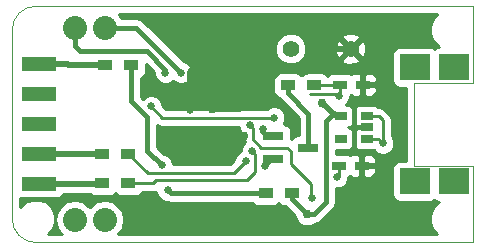
<source format=gbr>
G04 #@! TF.FileFunction,Copper,L2,Bot,Signal*
%FSLAX46Y46*%
G04 Gerber Fmt 4.6, Leading zero omitted, Abs format (unit mm)*
G04 Created by KiCad (PCBNEW 4.0.4-stable) date 12/05/16 12:34:11*
%MOMM*%
%LPD*%
G01*
G04 APERTURE LIST*
%ADD10C,0.100000*%
%ADD11C,1.397000*%
%ADD12O,2.032000X2.032000*%
%ADD13R,2.500000X2.200000*%
%ADD14R,1.200000X0.750000*%
%ADD15R,1.200000X0.900000*%
%ADD16R,1.060000X0.650000*%
%ADD17R,1.800860X0.800100*%
%ADD18R,3.000000X1.200000*%
%ADD19C,0.760000*%
%ADD20C,0.660000*%
%ADD21C,0.381000*%
%ADD22C,0.508000*%
%ADD23C,0.254000*%
G04 APERTURE END LIST*
D10*
X179000000Y-63500000D02*
X179000000Y-70000000D01*
X179000000Y-56500000D02*
X179000000Y-50000000D01*
X174000000Y-63500000D02*
X179000000Y-63500000D01*
X174000000Y-56500000D02*
X174000000Y-63500000D01*
X179000000Y-56500000D02*
X174000000Y-56500000D01*
X179000000Y-50000000D02*
X142000000Y-50000000D01*
X179000000Y-70000000D02*
X142000000Y-70000000D01*
X140000000Y-52000000D02*
X140000000Y-68000000D01*
X140000000Y-68000000D02*
G75*
G03X142000000Y-70000000I2000000J0D01*
G01*
X142000000Y-50000000D02*
G75*
G03X140000000Y-52000000I0J-2000000D01*
G01*
D11*
X168656000Y-53594000D03*
X163576000Y-53594000D03*
D12*
X147828000Y-68072000D03*
X145288000Y-68072000D03*
X145288000Y-51816000D03*
X147828000Y-51816000D03*
D13*
X174100000Y-64825000D03*
X177400000Y-64825000D03*
X174100000Y-55175000D03*
X177400000Y-55175000D03*
D14*
X169606000Y-63500000D03*
X167706000Y-63500000D03*
X169669500Y-56642000D03*
X167769500Y-56642000D03*
D15*
X165565000Y-56705500D03*
X163365000Y-56705500D03*
X163660000Y-65849500D03*
X161460000Y-65849500D03*
X149850000Y-65000000D03*
X147650000Y-65000000D03*
X149850000Y-62500000D03*
X147650000Y-62500000D03*
X150100000Y-55000000D03*
X147900000Y-55000000D03*
D16*
X170010000Y-59311500D03*
X170010000Y-60261500D03*
X170010000Y-61211500D03*
X167810000Y-61211500D03*
X167810000Y-59311500D03*
D17*
X162074860Y-62926000D03*
X162074860Y-61026000D03*
X165077140Y-61976000D03*
D18*
X142240000Y-65024000D03*
X142240000Y-62484000D03*
X142240000Y-59944000D03*
X142240000Y-57404000D03*
X142240000Y-54864000D03*
D19*
X155093500Y-60806500D03*
X156908500Y-58737500D03*
X155384500Y-55245000D03*
D20*
X155067000Y-58801000D03*
D19*
X161163000Y-55943500D03*
X159639000Y-60960000D03*
X156718000Y-60896500D03*
X168973500Y-64960500D03*
X152654000Y-51943000D03*
D20*
X171386500Y-61595000D03*
X167513000Y-64452500D03*
X167640000Y-57594500D03*
D19*
X166243000Y-58166000D03*
D20*
X161226500Y-60388500D03*
D19*
X164973000Y-67627500D03*
D20*
X162179000Y-59436000D03*
X151765000Y-58483500D03*
X152971500Y-55626000D03*
X154305000Y-55626000D03*
X153162000Y-65595500D03*
X160337500Y-62230000D03*
X159766000Y-63119000D03*
X152654000Y-63436500D03*
X165417500Y-66230500D03*
X160147000Y-60071000D03*
X161417000Y-63563500D03*
D21*
X155093500Y-60806500D02*
X155130500Y-60769500D01*
D22*
X156908500Y-58737500D02*
X159321500Y-58737500D01*
X159067500Y-58737500D02*
X156908500Y-58737500D01*
X159194500Y-58737500D02*
X159067500Y-58737500D01*
X155067000Y-55562500D02*
X155067000Y-58801000D01*
X155384500Y-55245000D02*
X155067000Y-55562500D01*
X169669500Y-56642000D02*
X169669500Y-54607500D01*
X169669500Y-54607500D02*
X168656000Y-53594000D01*
D21*
X170010000Y-60261500D02*
X169037000Y-60261500D01*
X169669500Y-57724000D02*
X169669500Y-56642000D01*
X168910000Y-58483500D02*
X169669500Y-57724000D01*
X168910000Y-59880500D02*
X168910000Y-58483500D01*
D23*
X168910000Y-60134500D02*
X168910000Y-59880500D01*
X169037000Y-60261500D02*
X168910000Y-60134500D01*
D22*
X161163000Y-56896000D02*
X161163000Y-55943500D01*
X159321500Y-58737500D02*
X161163000Y-56896000D01*
D23*
X159067500Y-58737500D02*
X159321500Y-58737500D01*
X159639000Y-60960000D02*
X159575500Y-60896500D01*
D22*
X159575500Y-60896500D02*
X156718000Y-60896500D01*
D21*
X168910000Y-62103000D02*
X169606000Y-62799000D01*
X169606000Y-62799000D02*
X169606000Y-63500000D01*
X168910000Y-59880500D02*
X168910000Y-62103000D01*
X168973500Y-64960500D02*
X169606000Y-64328000D01*
X169606000Y-64328000D02*
X169606000Y-63500000D01*
D22*
X167259000Y-53594000D02*
X165798500Y-55054500D01*
X165798500Y-55054500D02*
X162052000Y-55054500D01*
X162052000Y-55054500D02*
X161163000Y-55943500D01*
X168656000Y-53594000D02*
X167259000Y-53594000D01*
X152654000Y-51943000D02*
X155384500Y-54673500D01*
X155384500Y-54673500D02*
X155384500Y-55245000D01*
D23*
X171386500Y-61595000D02*
X171386500Y-59626500D01*
X171071500Y-59311500D02*
X170010000Y-59311500D01*
X171386500Y-59626500D02*
X171071500Y-59311500D01*
X171003000Y-61211500D02*
X170010000Y-61211500D01*
X171386500Y-61595000D02*
X171003000Y-61211500D01*
X167513000Y-64452500D02*
X167706000Y-64259500D01*
X167706000Y-63500000D02*
X167706000Y-64259500D01*
X167769500Y-56642000D02*
X165628500Y-56642000D01*
X165628500Y-56642000D02*
X165565000Y-56705500D01*
X165184000Y-57404000D02*
X167449500Y-57404000D01*
X167449500Y-57404000D02*
X167640000Y-57594500D01*
X167769500Y-57465000D02*
X167769500Y-56642000D01*
X167640000Y-57594500D02*
X167769500Y-57465000D01*
D21*
X163660000Y-65849500D02*
X163660000Y-66314500D01*
X163660000Y-66314500D02*
X164973000Y-67627500D01*
D22*
X166243000Y-58166000D02*
X167388500Y-59311500D01*
D23*
X167388500Y-59311500D02*
X167810000Y-59311500D01*
D22*
X161226500Y-60642500D02*
X161226500Y-60388500D01*
D23*
X161610000Y-61026000D02*
X161226500Y-60642500D01*
X162074860Y-61026000D02*
X161610000Y-61026000D01*
X167002500Y-59311500D02*
X167810000Y-59311500D01*
D21*
X166560500Y-59753500D02*
X167002500Y-59311500D01*
X166560500Y-65659000D02*
X166560500Y-59753500D01*
D23*
X166560500Y-65722500D02*
X166560500Y-65659000D01*
X164973000Y-67627500D02*
X163660000Y-66314500D01*
D21*
X166560500Y-66611500D02*
X165544500Y-67627500D01*
X165544500Y-67627500D02*
X164973000Y-67627500D01*
X166560500Y-65659000D02*
X166560500Y-66611500D01*
D23*
X152717500Y-59436000D02*
X162179000Y-59436000D01*
X151765000Y-58483500D02*
X152717500Y-59436000D01*
D21*
X147383500Y-53784500D02*
X145732500Y-53784500D01*
X150685500Y-53784500D02*
X147383500Y-53784500D01*
X152971500Y-55372000D02*
X151384000Y-53784500D01*
X151384000Y-53784500D02*
X150685500Y-53784500D01*
D23*
X152971500Y-55626000D02*
X152971500Y-55372000D01*
D21*
X145288000Y-53340000D02*
X145288000Y-51816000D01*
X145732500Y-53784500D02*
X145288000Y-53340000D01*
X147828000Y-51816000D02*
X150495000Y-51816000D01*
X154305000Y-55626000D02*
X150495000Y-51816000D01*
D22*
X142240000Y-65024000D02*
X147626000Y-65024000D01*
D23*
X147626000Y-65024000D02*
X147650000Y-65000000D01*
D22*
X142240000Y-62484000D02*
X147634000Y-62484000D01*
D23*
X147634000Y-62484000D02*
X147650000Y-62500000D01*
D22*
X147900000Y-55000000D02*
X144789000Y-55000000D01*
X144789000Y-55000000D02*
X144653000Y-54864000D01*
X144653000Y-54864000D02*
X142240000Y-54864000D01*
D21*
X144653000Y-54864000D02*
X142240000Y-54864000D01*
X144789000Y-55000000D02*
X144653000Y-54864000D01*
X161460000Y-65849500D02*
X153416000Y-65849500D01*
X153416000Y-65849500D02*
X153162000Y-65595500D01*
D23*
X153162000Y-65595500D02*
X153416000Y-65849500D01*
X160591500Y-63627000D02*
X160591500Y-64008000D01*
X151916000Y-65000000D02*
X149850000Y-65000000D01*
X152209500Y-64706500D02*
X151916000Y-65000000D01*
X159893000Y-64706500D02*
X152209500Y-64706500D01*
X160591500Y-64008000D02*
X159893000Y-64706500D01*
X160591500Y-62484000D02*
X160591500Y-63627000D01*
X160337500Y-62230000D02*
X160591500Y-62484000D01*
X158750000Y-64135000D02*
X151485000Y-64135000D01*
X151485000Y-64135000D02*
X149850000Y-62500000D01*
X159766000Y-63119000D02*
X158750000Y-64135000D01*
X149939500Y-62500000D02*
X149850000Y-62500000D01*
X151447500Y-62103000D02*
X151447500Y-61849000D01*
D21*
X151447500Y-61849000D02*
X151447500Y-59372500D01*
X151447500Y-59372500D02*
X150100000Y-58025000D01*
X150100000Y-58025000D02*
X150100000Y-55000000D01*
D23*
X151447500Y-62230000D02*
X151447500Y-62103000D01*
X151447500Y-62103000D02*
X151447500Y-61976000D01*
D21*
X150100000Y-58025000D02*
X150100000Y-55000000D01*
X151447500Y-59372500D02*
X150100000Y-58025000D01*
X151447500Y-62230000D02*
X151447500Y-59372500D01*
X152654000Y-63436500D02*
X151447500Y-62230000D01*
D23*
X165290500Y-66103500D02*
X165417500Y-66230500D01*
X163576000Y-63373000D02*
X165290500Y-65087500D01*
X163576000Y-62293500D02*
X163576000Y-63373000D01*
X163258500Y-61976000D02*
X163576000Y-62293500D01*
X161099500Y-61976000D02*
X163258500Y-61976000D01*
X160401000Y-61277500D02*
X161099500Y-61976000D01*
X160401000Y-60325000D02*
X160401000Y-61277500D01*
X160147000Y-60071000D02*
X160401000Y-60325000D01*
X165290500Y-65087500D02*
X165290500Y-66103500D01*
X161417000Y-63563500D02*
X162054500Y-62926000D01*
X162054500Y-62926000D02*
X162074860Y-62926000D01*
D21*
X165077140Y-61976000D02*
X165077140Y-59095640D01*
X163365000Y-57383500D02*
X163365000Y-56705500D01*
X165077140Y-59095640D02*
X163365000Y-57383500D01*
D23*
G36*
X159686506Y-61516331D02*
X159519890Y-61682658D01*
X159372668Y-62037208D01*
X159372493Y-62237462D01*
X159220086Y-62300436D01*
X158948390Y-62571658D01*
X158801168Y-62926208D01*
X158801098Y-63006271D01*
X158434370Y-63373000D01*
X153619055Y-63373000D01*
X153619167Y-63245392D01*
X153472564Y-62890586D01*
X153201342Y-62618890D01*
X152863566Y-62478633D01*
X152273000Y-61888066D01*
X152273000Y-61849000D01*
X152273000Y-60037834D01*
X152425895Y-60139996D01*
X152717500Y-60198000D01*
X159181888Y-60198000D01*
X159181833Y-60262108D01*
X159328436Y-60616914D01*
X159599658Y-60888610D01*
X159639000Y-60904946D01*
X159639000Y-61277500D01*
X159686506Y-61516331D01*
X159686506Y-61516331D01*
G37*
X159686506Y-61516331D02*
X159519890Y-61682658D01*
X159372668Y-62037208D01*
X159372493Y-62237462D01*
X159220086Y-62300436D01*
X158948390Y-62571658D01*
X158801168Y-62926208D01*
X158801098Y-63006271D01*
X158434370Y-63373000D01*
X153619055Y-63373000D01*
X153619167Y-63245392D01*
X153472564Y-62890586D01*
X153201342Y-62618890D01*
X152863566Y-62478633D01*
X152273000Y-61888066D01*
X152273000Y-61849000D01*
X152273000Y-60037834D01*
X152425895Y-60139996D01*
X152717500Y-60198000D01*
X159181888Y-60198000D01*
X159181833Y-60262108D01*
X159328436Y-60616914D01*
X159599658Y-60888610D01*
X159639000Y-60904946D01*
X159639000Y-61277500D01*
X159686506Y-61516331D01*
G36*
X169366253Y-60261129D02*
X169237877Y-60286037D01*
X169081896Y-60388500D01*
X169003750Y-60388500D01*
X168864108Y-60528141D01*
X168845000Y-60499052D01*
X168800673Y-60431573D01*
X168589640Y-60289123D01*
X168453746Y-60261870D01*
X168582123Y-60236963D01*
X168794927Y-60097173D01*
X168845000Y-60022992D01*
X168864038Y-59994788D01*
X169003750Y-60134500D01*
X169083137Y-60134500D01*
X169230360Y-60233877D01*
X169366253Y-60261129D01*
X169366253Y-60261129D01*
G37*
X169366253Y-60261129D02*
X169237877Y-60286037D01*
X169081896Y-60388500D01*
X169003750Y-60388500D01*
X168864108Y-60528141D01*
X168845000Y-60499052D01*
X168800673Y-60431573D01*
X168589640Y-60289123D01*
X168453746Y-60261870D01*
X168582123Y-60236963D01*
X168794927Y-60097173D01*
X168845000Y-60022992D01*
X168864038Y-59994788D01*
X169003750Y-60134500D01*
X169083137Y-60134500D01*
X169230360Y-60233877D01*
X169366253Y-60261129D01*
G36*
X176174463Y-53427560D02*
X176150000Y-53427560D01*
X175907877Y-53474537D01*
X175749345Y-53578675D01*
X175599640Y-53477623D01*
X175350000Y-53427560D01*
X172850000Y-53427560D01*
X172607877Y-53474537D01*
X172395073Y-53614327D01*
X172252623Y-53825360D01*
X172202560Y-54075000D01*
X172202560Y-56275000D01*
X172249537Y-56517123D01*
X172389327Y-56729927D01*
X172600360Y-56872377D01*
X172850000Y-56922440D01*
X173315000Y-56922440D01*
X173315000Y-63077560D01*
X172850000Y-63077560D01*
X172607877Y-63124537D01*
X172395073Y-63264327D01*
X172252623Y-63475360D01*
X172202560Y-63725000D01*
X172202560Y-65925000D01*
X172249537Y-66167123D01*
X172389327Y-66379927D01*
X172600360Y-66522377D01*
X172850000Y-66572440D01*
X175350000Y-66572440D01*
X175592123Y-66525463D01*
X175750654Y-66421324D01*
X175900360Y-66522377D01*
X176150000Y-66572440D01*
X176173475Y-66572440D01*
X176075057Y-66613106D01*
X175614722Y-67072637D01*
X175365284Y-67673352D01*
X175364716Y-68323795D01*
X175613106Y-68924943D01*
X176002481Y-69315000D01*
X170841000Y-69315000D01*
X170841000Y-64001310D01*
X170841000Y-63785750D01*
X170841000Y-63214250D01*
X170841000Y-62998690D01*
X170744327Y-62765301D01*
X170565698Y-62586673D01*
X170332309Y-62490000D01*
X169891750Y-62490000D01*
X169733000Y-62648750D01*
X169733000Y-63373000D01*
X170682250Y-63373000D01*
X170841000Y-63214250D01*
X170841000Y-63785750D01*
X170682250Y-63627000D01*
X169733000Y-63627000D01*
X169733000Y-64351250D01*
X169891750Y-64510000D01*
X170332309Y-64510000D01*
X170565698Y-64413327D01*
X170744327Y-64234699D01*
X170841000Y-64001310D01*
X170841000Y-69315000D01*
X148930746Y-69315000D01*
X148995433Y-69271778D01*
X149353325Y-68736155D01*
X149479000Y-68104345D01*
X149479000Y-68039655D01*
X149353325Y-67407845D01*
X148995433Y-66872222D01*
X148459810Y-66514330D01*
X147828000Y-66388655D01*
X147196190Y-66514330D01*
X146660567Y-66872222D01*
X146558000Y-67025724D01*
X146455433Y-66872222D01*
X145919810Y-66514330D01*
X145288000Y-66388655D01*
X144656190Y-66514330D01*
X144120567Y-66872222D01*
X143762675Y-67407845D01*
X143637000Y-68039655D01*
X143637000Y-68104345D01*
X143762675Y-68736155D01*
X144120567Y-69271778D01*
X144185253Y-69315000D01*
X142996962Y-69315000D01*
X143385278Y-68927363D01*
X143634716Y-68326648D01*
X143635284Y-67676205D01*
X143386894Y-67075057D01*
X142927363Y-66614722D01*
X142326648Y-66365284D01*
X141676205Y-66364716D01*
X141075057Y-66613106D01*
X140685000Y-67002481D01*
X140685000Y-66260410D01*
X140740000Y-66271440D01*
X143740000Y-66271440D01*
X143982123Y-66224463D01*
X144194927Y-66084673D01*
X144310808Y-65913000D01*
X146601286Y-65913000D01*
X146800360Y-66047377D01*
X147050000Y-66097440D01*
X148250000Y-66097440D01*
X148492123Y-66050463D01*
X148704927Y-65910673D01*
X148749613Y-65844471D01*
X148789327Y-65904927D01*
X149000360Y-66047377D01*
X149250000Y-66097440D01*
X150450000Y-66097440D01*
X150692123Y-66050463D01*
X150904927Y-65910673D01*
X151005283Y-65762000D01*
X151916000Y-65762000D01*
X151916000Y-65761999D01*
X152196903Y-65706124D01*
X152196833Y-65786608D01*
X152343436Y-66141414D01*
X152614658Y-66413110D01*
X152969208Y-66560332D01*
X153022593Y-66560378D01*
X153022594Y-66560378D01*
X153100094Y-66612163D01*
X153100095Y-66612163D01*
X153416000Y-66675000D01*
X160347151Y-66675000D01*
X160399327Y-66754427D01*
X160610360Y-66896877D01*
X160860000Y-66946940D01*
X162060000Y-66946940D01*
X162302123Y-66899963D01*
X162514927Y-66760173D01*
X162559613Y-66693971D01*
X162599327Y-66754427D01*
X162810360Y-66896877D01*
X163060000Y-66946940D01*
X163125006Y-66946940D01*
X163957866Y-67779799D01*
X163957824Y-67828510D01*
X164112023Y-68201700D01*
X164397298Y-68487473D01*
X164770218Y-68642323D01*
X165174010Y-68642676D01*
X165547200Y-68488477D01*
X165592254Y-68443501D01*
X165860405Y-68390163D01*
X165860406Y-68390163D01*
X166128217Y-68211217D01*
X167144217Y-67195217D01*
X167323163Y-66927406D01*
X167323163Y-66927405D01*
X167386000Y-66611500D01*
X167386001Y-66611500D01*
X167386000Y-66611494D01*
X167386000Y-65659000D01*
X167386000Y-65417389D01*
X167704108Y-65417667D01*
X168058914Y-65271064D01*
X168330610Y-64999842D01*
X168477832Y-64645292D01*
X168477968Y-64489074D01*
X168548123Y-64475463D01*
X168644879Y-64411904D01*
X168646302Y-64413327D01*
X168879691Y-64510000D01*
X169320250Y-64510000D01*
X169479000Y-64351250D01*
X169479000Y-63627000D01*
X169459000Y-63627000D01*
X169459000Y-63373000D01*
X169479000Y-63373000D01*
X169479000Y-62648750D01*
X169320250Y-62490000D01*
X168879691Y-62490000D01*
X168646302Y-62586673D01*
X168645019Y-62587955D01*
X168555640Y-62527623D01*
X168306000Y-62477560D01*
X167386000Y-62477560D01*
X167386000Y-62183940D01*
X168340000Y-62183940D01*
X168582123Y-62136963D01*
X168794927Y-61997173D01*
X168910566Y-61825859D01*
X169019327Y-61991427D01*
X169230360Y-62133877D01*
X169480000Y-62183940D01*
X170540000Y-62183940D01*
X170599385Y-62172418D01*
X170839158Y-62412610D01*
X171193708Y-62559832D01*
X171577608Y-62560167D01*
X171932414Y-62413564D01*
X172204110Y-62142342D01*
X172351332Y-61787792D01*
X172351667Y-61403892D01*
X172205064Y-61049086D01*
X172148500Y-60992423D01*
X172148500Y-59626500D01*
X172090496Y-59334895D01*
X171925315Y-59087685D01*
X171925315Y-59087684D01*
X171610315Y-58772685D01*
X171363105Y-58607504D01*
X171071500Y-58549500D01*
X171012449Y-58549500D01*
X171000673Y-58531573D01*
X170904500Y-58466654D01*
X170904500Y-57143310D01*
X170904500Y-56927750D01*
X170904500Y-56356250D01*
X170904500Y-56140690D01*
X170807827Y-55907301D01*
X170629198Y-55728673D01*
X170395809Y-55632000D01*
X170001927Y-55632000D01*
X170001927Y-53786520D01*
X169973148Y-53256801D01*
X169825800Y-52901071D01*
X169590188Y-52839417D01*
X169410583Y-53019022D01*
X169410583Y-52659812D01*
X169348929Y-52424200D01*
X168848520Y-52248073D01*
X168318801Y-52276852D01*
X167963071Y-52424200D01*
X167901417Y-52659812D01*
X168656000Y-53414395D01*
X169410583Y-52659812D01*
X169410583Y-53019022D01*
X168835605Y-53594000D01*
X169590188Y-54348583D01*
X169825800Y-54286929D01*
X170001927Y-53786520D01*
X170001927Y-55632000D01*
X169955250Y-55632000D01*
X169796500Y-55790750D01*
X169796500Y-56515000D01*
X170745750Y-56515000D01*
X170904500Y-56356250D01*
X170904500Y-56927750D01*
X170745750Y-56769000D01*
X169796500Y-56769000D01*
X169796500Y-57493250D01*
X169955250Y-57652000D01*
X170395809Y-57652000D01*
X170629198Y-57555327D01*
X170807827Y-57376699D01*
X170904500Y-57143310D01*
X170904500Y-58466654D01*
X170789640Y-58389123D01*
X170540000Y-58339060D01*
X169480000Y-58339060D01*
X169237877Y-58386037D01*
X169025073Y-58525827D01*
X168909433Y-58697140D01*
X168800673Y-58531573D01*
X168589640Y-58389123D01*
X168340000Y-58339060D01*
X168260047Y-58339060D01*
X168457610Y-58141842D01*
X168604832Y-57787292D01*
X168604979Y-57618752D01*
X168611623Y-57617463D01*
X168708379Y-57553904D01*
X168709802Y-57555327D01*
X168943191Y-57652000D01*
X169383750Y-57652000D01*
X169542500Y-57493250D01*
X169542500Y-56769000D01*
X169522500Y-56769000D01*
X169522500Y-56515000D01*
X169542500Y-56515000D01*
X169542500Y-55790750D01*
X169410583Y-55658833D01*
X169410583Y-54528188D01*
X168656000Y-53773605D01*
X168476395Y-53953210D01*
X168476395Y-53594000D01*
X167721812Y-52839417D01*
X167486200Y-52901071D01*
X167310073Y-53401480D01*
X167338852Y-53931199D01*
X167486200Y-54286929D01*
X167721812Y-54348583D01*
X168476395Y-53594000D01*
X168476395Y-53953210D01*
X167901417Y-54528188D01*
X167963071Y-54763800D01*
X168463480Y-54939927D01*
X168993199Y-54911148D01*
X169348929Y-54763800D01*
X169410583Y-54528188D01*
X169410583Y-55658833D01*
X169383750Y-55632000D01*
X168943191Y-55632000D01*
X168709802Y-55728673D01*
X168708519Y-55729955D01*
X168619140Y-55669623D01*
X168369500Y-55619560D01*
X167169500Y-55619560D01*
X166927377Y-55666537D01*
X166714573Y-55806327D01*
X166671433Y-55870235D01*
X166625673Y-55800573D01*
X166414640Y-55658123D01*
X166165000Y-55608060D01*
X164965000Y-55608060D01*
X164909731Y-55618783D01*
X164909731Y-53329914D01*
X164707146Y-52839620D01*
X164332353Y-52464173D01*
X163842413Y-52260732D01*
X163311914Y-52260269D01*
X162821620Y-52462854D01*
X162446173Y-52837647D01*
X162242732Y-53327587D01*
X162242269Y-53858086D01*
X162444854Y-54348380D01*
X162819647Y-54723827D01*
X163309587Y-54927268D01*
X163840086Y-54927731D01*
X164330380Y-54725146D01*
X164705827Y-54350353D01*
X164909268Y-53860413D01*
X164909731Y-53329914D01*
X164909731Y-55618783D01*
X164722877Y-55655037D01*
X164510073Y-55794827D01*
X164465386Y-55861028D01*
X164425673Y-55800573D01*
X164214640Y-55658123D01*
X163965000Y-55608060D01*
X162765000Y-55608060D01*
X162522877Y-55655037D01*
X162310073Y-55794827D01*
X162167623Y-56005860D01*
X162117560Y-56255500D01*
X162117560Y-57155500D01*
X162164537Y-57397623D01*
X162304327Y-57610427D01*
X162515360Y-57752877D01*
X162657051Y-57781291D01*
X162657052Y-57781292D01*
X162781283Y-57967217D01*
X164251640Y-59437573D01*
X164251640Y-60928510D01*
X164176710Y-60928510D01*
X163934587Y-60975487D01*
X163721783Y-61115277D01*
X163622730Y-61262019D01*
X163622730Y-60625950D01*
X163575753Y-60383827D01*
X163435963Y-60171023D01*
X163224930Y-60028573D01*
X162996823Y-59982828D01*
X163143832Y-59628792D01*
X163144167Y-59244892D01*
X162997564Y-58890086D01*
X162726342Y-58618390D01*
X162371792Y-58471168D01*
X161987892Y-58470833D01*
X161633086Y-58617436D01*
X161576423Y-58674000D01*
X153033130Y-58674000D01*
X152730098Y-58370967D01*
X152730167Y-58292392D01*
X152583564Y-57937586D01*
X152312342Y-57665890D01*
X151957792Y-57518668D01*
X151573892Y-57518333D01*
X151219086Y-57664936D01*
X151063091Y-57820658D01*
X150925500Y-57683066D01*
X150925500Y-56053688D01*
X150942123Y-56050463D01*
X151154927Y-55910673D01*
X151297377Y-55699640D01*
X151347440Y-55450000D01*
X151347440Y-54915374D01*
X152006544Y-55574478D01*
X152006333Y-55817108D01*
X152152936Y-56171914D01*
X152424158Y-56443610D01*
X152778708Y-56590832D01*
X153162608Y-56591167D01*
X153517414Y-56444564D01*
X153638222Y-56323966D01*
X153757658Y-56443610D01*
X154112208Y-56590832D01*
X154496108Y-56591167D01*
X154850914Y-56444564D01*
X155122610Y-56173342D01*
X155269832Y-55818792D01*
X155270167Y-55434892D01*
X155123564Y-55080086D01*
X154852342Y-54808390D01*
X154514566Y-54668133D01*
X151078717Y-51232283D01*
X150810906Y-51053337D01*
X150495000Y-50990500D01*
X149245517Y-50990500D01*
X149041389Y-50685000D01*
X176003037Y-50685000D01*
X175614722Y-51072637D01*
X175365284Y-51673352D01*
X175364716Y-52323795D01*
X175613106Y-52924943D01*
X176072637Y-53385278D01*
X176174463Y-53427560D01*
X176174463Y-53427560D01*
G37*
X176174463Y-53427560D02*
X176150000Y-53427560D01*
X175907877Y-53474537D01*
X175749345Y-53578675D01*
X175599640Y-53477623D01*
X175350000Y-53427560D01*
X172850000Y-53427560D01*
X172607877Y-53474537D01*
X172395073Y-53614327D01*
X172252623Y-53825360D01*
X172202560Y-54075000D01*
X172202560Y-56275000D01*
X172249537Y-56517123D01*
X172389327Y-56729927D01*
X172600360Y-56872377D01*
X172850000Y-56922440D01*
X173315000Y-56922440D01*
X173315000Y-63077560D01*
X172850000Y-63077560D01*
X172607877Y-63124537D01*
X172395073Y-63264327D01*
X172252623Y-63475360D01*
X172202560Y-63725000D01*
X172202560Y-65925000D01*
X172249537Y-66167123D01*
X172389327Y-66379927D01*
X172600360Y-66522377D01*
X172850000Y-66572440D01*
X175350000Y-66572440D01*
X175592123Y-66525463D01*
X175750654Y-66421324D01*
X175900360Y-66522377D01*
X176150000Y-66572440D01*
X176173475Y-66572440D01*
X176075057Y-66613106D01*
X175614722Y-67072637D01*
X175365284Y-67673352D01*
X175364716Y-68323795D01*
X175613106Y-68924943D01*
X176002481Y-69315000D01*
X170841000Y-69315000D01*
X170841000Y-64001310D01*
X170841000Y-63785750D01*
X170841000Y-63214250D01*
X170841000Y-62998690D01*
X170744327Y-62765301D01*
X170565698Y-62586673D01*
X170332309Y-62490000D01*
X169891750Y-62490000D01*
X169733000Y-62648750D01*
X169733000Y-63373000D01*
X170682250Y-63373000D01*
X170841000Y-63214250D01*
X170841000Y-63785750D01*
X170682250Y-63627000D01*
X169733000Y-63627000D01*
X169733000Y-64351250D01*
X169891750Y-64510000D01*
X170332309Y-64510000D01*
X170565698Y-64413327D01*
X170744327Y-64234699D01*
X170841000Y-64001310D01*
X170841000Y-69315000D01*
X148930746Y-69315000D01*
X148995433Y-69271778D01*
X149353325Y-68736155D01*
X149479000Y-68104345D01*
X149479000Y-68039655D01*
X149353325Y-67407845D01*
X148995433Y-66872222D01*
X148459810Y-66514330D01*
X147828000Y-66388655D01*
X147196190Y-66514330D01*
X146660567Y-66872222D01*
X146558000Y-67025724D01*
X146455433Y-66872222D01*
X145919810Y-66514330D01*
X145288000Y-66388655D01*
X144656190Y-66514330D01*
X144120567Y-66872222D01*
X143762675Y-67407845D01*
X143637000Y-68039655D01*
X143637000Y-68104345D01*
X143762675Y-68736155D01*
X144120567Y-69271778D01*
X144185253Y-69315000D01*
X142996962Y-69315000D01*
X143385278Y-68927363D01*
X143634716Y-68326648D01*
X143635284Y-67676205D01*
X143386894Y-67075057D01*
X142927363Y-66614722D01*
X142326648Y-66365284D01*
X141676205Y-66364716D01*
X141075057Y-66613106D01*
X140685000Y-67002481D01*
X140685000Y-66260410D01*
X140740000Y-66271440D01*
X143740000Y-66271440D01*
X143982123Y-66224463D01*
X144194927Y-66084673D01*
X144310808Y-65913000D01*
X146601286Y-65913000D01*
X146800360Y-66047377D01*
X147050000Y-66097440D01*
X148250000Y-66097440D01*
X148492123Y-66050463D01*
X148704927Y-65910673D01*
X148749613Y-65844471D01*
X148789327Y-65904927D01*
X149000360Y-66047377D01*
X149250000Y-66097440D01*
X150450000Y-66097440D01*
X150692123Y-66050463D01*
X150904927Y-65910673D01*
X151005283Y-65762000D01*
X151916000Y-65762000D01*
X151916000Y-65761999D01*
X152196903Y-65706124D01*
X152196833Y-65786608D01*
X152343436Y-66141414D01*
X152614658Y-66413110D01*
X152969208Y-66560332D01*
X153022593Y-66560378D01*
X153022594Y-66560378D01*
X153100094Y-66612163D01*
X153100095Y-66612163D01*
X153416000Y-66675000D01*
X160347151Y-66675000D01*
X160399327Y-66754427D01*
X160610360Y-66896877D01*
X160860000Y-66946940D01*
X162060000Y-66946940D01*
X162302123Y-66899963D01*
X162514927Y-66760173D01*
X162559613Y-66693971D01*
X162599327Y-66754427D01*
X162810360Y-66896877D01*
X163060000Y-66946940D01*
X163125006Y-66946940D01*
X163957866Y-67779799D01*
X163957824Y-67828510D01*
X164112023Y-68201700D01*
X164397298Y-68487473D01*
X164770218Y-68642323D01*
X165174010Y-68642676D01*
X165547200Y-68488477D01*
X165592254Y-68443501D01*
X165860405Y-68390163D01*
X165860406Y-68390163D01*
X166128217Y-68211217D01*
X167144217Y-67195217D01*
X167323163Y-66927406D01*
X167323163Y-66927405D01*
X167386000Y-66611500D01*
X167386001Y-66611500D01*
X167386000Y-66611494D01*
X167386000Y-65659000D01*
X167386000Y-65417389D01*
X167704108Y-65417667D01*
X168058914Y-65271064D01*
X168330610Y-64999842D01*
X168477832Y-64645292D01*
X168477968Y-64489074D01*
X168548123Y-64475463D01*
X168644879Y-64411904D01*
X168646302Y-64413327D01*
X168879691Y-64510000D01*
X169320250Y-64510000D01*
X169479000Y-64351250D01*
X169479000Y-63627000D01*
X169459000Y-63627000D01*
X169459000Y-63373000D01*
X169479000Y-63373000D01*
X169479000Y-62648750D01*
X169320250Y-62490000D01*
X168879691Y-62490000D01*
X168646302Y-62586673D01*
X168645019Y-62587955D01*
X168555640Y-62527623D01*
X168306000Y-62477560D01*
X167386000Y-62477560D01*
X167386000Y-62183940D01*
X168340000Y-62183940D01*
X168582123Y-62136963D01*
X168794927Y-61997173D01*
X168910566Y-61825859D01*
X169019327Y-61991427D01*
X169230360Y-62133877D01*
X169480000Y-62183940D01*
X170540000Y-62183940D01*
X170599385Y-62172418D01*
X170839158Y-62412610D01*
X171193708Y-62559832D01*
X171577608Y-62560167D01*
X171932414Y-62413564D01*
X172204110Y-62142342D01*
X172351332Y-61787792D01*
X172351667Y-61403892D01*
X172205064Y-61049086D01*
X172148500Y-60992423D01*
X172148500Y-59626500D01*
X172090496Y-59334895D01*
X171925315Y-59087685D01*
X171925315Y-59087684D01*
X171610315Y-58772685D01*
X171363105Y-58607504D01*
X171071500Y-58549500D01*
X171012449Y-58549500D01*
X171000673Y-58531573D01*
X170904500Y-58466654D01*
X170904500Y-57143310D01*
X170904500Y-56927750D01*
X170904500Y-56356250D01*
X170904500Y-56140690D01*
X170807827Y-55907301D01*
X170629198Y-55728673D01*
X170395809Y-55632000D01*
X170001927Y-55632000D01*
X170001927Y-53786520D01*
X169973148Y-53256801D01*
X169825800Y-52901071D01*
X169590188Y-52839417D01*
X169410583Y-53019022D01*
X169410583Y-52659812D01*
X169348929Y-52424200D01*
X168848520Y-52248073D01*
X168318801Y-52276852D01*
X167963071Y-52424200D01*
X167901417Y-52659812D01*
X168656000Y-53414395D01*
X169410583Y-52659812D01*
X169410583Y-53019022D01*
X168835605Y-53594000D01*
X169590188Y-54348583D01*
X169825800Y-54286929D01*
X170001927Y-53786520D01*
X170001927Y-55632000D01*
X169955250Y-55632000D01*
X169796500Y-55790750D01*
X169796500Y-56515000D01*
X170745750Y-56515000D01*
X170904500Y-56356250D01*
X170904500Y-56927750D01*
X170745750Y-56769000D01*
X169796500Y-56769000D01*
X169796500Y-57493250D01*
X169955250Y-57652000D01*
X170395809Y-57652000D01*
X170629198Y-57555327D01*
X170807827Y-57376699D01*
X170904500Y-57143310D01*
X170904500Y-58466654D01*
X170789640Y-58389123D01*
X170540000Y-58339060D01*
X169480000Y-58339060D01*
X169237877Y-58386037D01*
X169025073Y-58525827D01*
X168909433Y-58697140D01*
X168800673Y-58531573D01*
X168589640Y-58389123D01*
X168340000Y-58339060D01*
X168260047Y-58339060D01*
X168457610Y-58141842D01*
X168604832Y-57787292D01*
X168604979Y-57618752D01*
X168611623Y-57617463D01*
X168708379Y-57553904D01*
X168709802Y-57555327D01*
X168943191Y-57652000D01*
X169383750Y-57652000D01*
X169542500Y-57493250D01*
X169542500Y-56769000D01*
X169522500Y-56769000D01*
X169522500Y-56515000D01*
X169542500Y-56515000D01*
X169542500Y-55790750D01*
X169410583Y-55658833D01*
X169410583Y-54528188D01*
X168656000Y-53773605D01*
X168476395Y-53953210D01*
X168476395Y-53594000D01*
X167721812Y-52839417D01*
X167486200Y-52901071D01*
X167310073Y-53401480D01*
X167338852Y-53931199D01*
X167486200Y-54286929D01*
X167721812Y-54348583D01*
X168476395Y-53594000D01*
X168476395Y-53953210D01*
X167901417Y-54528188D01*
X167963071Y-54763800D01*
X168463480Y-54939927D01*
X168993199Y-54911148D01*
X169348929Y-54763800D01*
X169410583Y-54528188D01*
X169410583Y-55658833D01*
X169383750Y-55632000D01*
X168943191Y-55632000D01*
X168709802Y-55728673D01*
X168708519Y-55729955D01*
X168619140Y-55669623D01*
X168369500Y-55619560D01*
X167169500Y-55619560D01*
X166927377Y-55666537D01*
X166714573Y-55806327D01*
X166671433Y-55870235D01*
X166625673Y-55800573D01*
X166414640Y-55658123D01*
X166165000Y-55608060D01*
X164965000Y-55608060D01*
X164909731Y-55618783D01*
X164909731Y-53329914D01*
X164707146Y-52839620D01*
X164332353Y-52464173D01*
X163842413Y-52260732D01*
X163311914Y-52260269D01*
X162821620Y-52462854D01*
X162446173Y-52837647D01*
X162242732Y-53327587D01*
X162242269Y-53858086D01*
X162444854Y-54348380D01*
X162819647Y-54723827D01*
X163309587Y-54927268D01*
X163840086Y-54927731D01*
X164330380Y-54725146D01*
X164705827Y-54350353D01*
X164909268Y-53860413D01*
X164909731Y-53329914D01*
X164909731Y-55618783D01*
X164722877Y-55655037D01*
X164510073Y-55794827D01*
X164465386Y-55861028D01*
X164425673Y-55800573D01*
X164214640Y-55658123D01*
X163965000Y-55608060D01*
X162765000Y-55608060D01*
X162522877Y-55655037D01*
X162310073Y-55794827D01*
X162167623Y-56005860D01*
X162117560Y-56255500D01*
X162117560Y-57155500D01*
X162164537Y-57397623D01*
X162304327Y-57610427D01*
X162515360Y-57752877D01*
X162657051Y-57781291D01*
X162657052Y-57781292D01*
X162781283Y-57967217D01*
X164251640Y-59437573D01*
X164251640Y-60928510D01*
X164176710Y-60928510D01*
X163934587Y-60975487D01*
X163721783Y-61115277D01*
X163622730Y-61262019D01*
X163622730Y-60625950D01*
X163575753Y-60383827D01*
X163435963Y-60171023D01*
X163224930Y-60028573D01*
X162996823Y-59982828D01*
X163143832Y-59628792D01*
X163144167Y-59244892D01*
X162997564Y-58890086D01*
X162726342Y-58618390D01*
X162371792Y-58471168D01*
X161987892Y-58470833D01*
X161633086Y-58617436D01*
X161576423Y-58674000D01*
X153033130Y-58674000D01*
X152730098Y-58370967D01*
X152730167Y-58292392D01*
X152583564Y-57937586D01*
X152312342Y-57665890D01*
X151957792Y-57518668D01*
X151573892Y-57518333D01*
X151219086Y-57664936D01*
X151063091Y-57820658D01*
X150925500Y-57683066D01*
X150925500Y-56053688D01*
X150942123Y-56050463D01*
X151154927Y-55910673D01*
X151297377Y-55699640D01*
X151347440Y-55450000D01*
X151347440Y-54915374D01*
X152006544Y-55574478D01*
X152006333Y-55817108D01*
X152152936Y-56171914D01*
X152424158Y-56443610D01*
X152778708Y-56590832D01*
X153162608Y-56591167D01*
X153517414Y-56444564D01*
X153638222Y-56323966D01*
X153757658Y-56443610D01*
X154112208Y-56590832D01*
X154496108Y-56591167D01*
X154850914Y-56444564D01*
X155122610Y-56173342D01*
X155269832Y-55818792D01*
X155270167Y-55434892D01*
X155123564Y-55080086D01*
X154852342Y-54808390D01*
X154514566Y-54668133D01*
X151078717Y-51232283D01*
X150810906Y-51053337D01*
X150495000Y-50990500D01*
X149245517Y-50990500D01*
X149041389Y-50685000D01*
X176003037Y-50685000D01*
X175614722Y-51072637D01*
X175365284Y-51673352D01*
X175364716Y-52323795D01*
X175613106Y-52924943D01*
X176072637Y-53385278D01*
X176174463Y-53427560D01*
M02*

</source>
